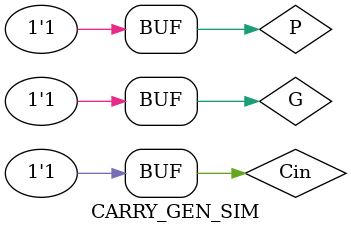
<source format=v>
`timescale 1ns / 1ps
module CARRY_GEN_SIM();

reg G, P, Cin;
wire Cout;

CARRY_GEN UUT(
.G(G),
.P(P),
.Cin(Cin),

.Cout(Cout)
);

initial begin
{G, P, Cin} = 3'd0;
#5 {G, P, Cin} = 3'd1;
#5 {G, P, Cin} = 3'd2;
#5 {G, P, Cin} = 3'd3;
#5 {G, P, Cin} = 3'd4;
#5 {G, P, Cin} = 3'd5;
#5 {G, P, Cin} = 3'd6;
#5 {G, P, Cin} = 3'd7;

end

endmodule
</source>
